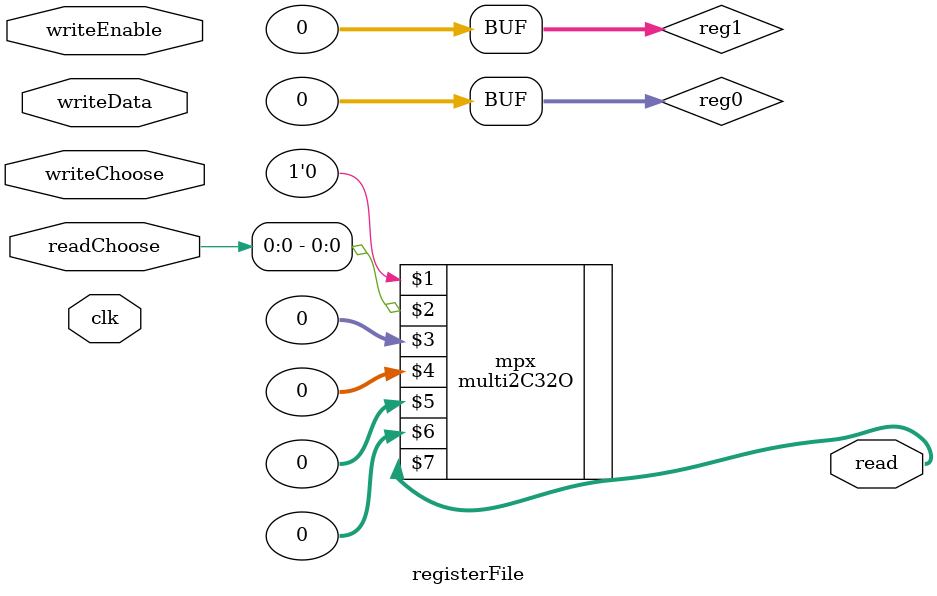
<source format=sv>
/* The beginning of a register set */

module registerFile(input logic [4:0] readChoose, 
		input logic [4:0] writeChoose,
		input logic clk,
		input logic writeEnable,
		input logic [31:0] writeData,
		output logic [31:0] read);
		
		logic yesWrite0;
		logic yesWrite1;
		logic [31:0] reg0, reg1;
		
		initial begin
		reg0 = 32'b0;
		reg1 = 32'b0;
		end
		
		logic [31:0] writeData1, writeData0;
		
		assign yesWrite1 = writeEnable & writeChoose[0];
		assign yesWrite0 = writeEnable & (~writeChoose[0]);
		
		multi2C32O mux0(1'b0,yesWrite0,reg0,reg0,writeData,reg0,writeData0);
		multi2C32O mux1(1'b0,yesWrite1,reg1,reg1,writeData,reg1,writeData1);

		
		register r0(writeData0,reg0,clk);
		register r1(writeData1,reg1,clk);
		
		multi2C32O mpx(1'b0,readChoose[0],reg1,reg0,reg1,reg0,read);

   always @ (negedge clk)
     begin
	$display("register 0 %h ",reg0);
	$display("register 1 %h ",reg1);
	end
		
		endmodule
		
		
	
</source>
